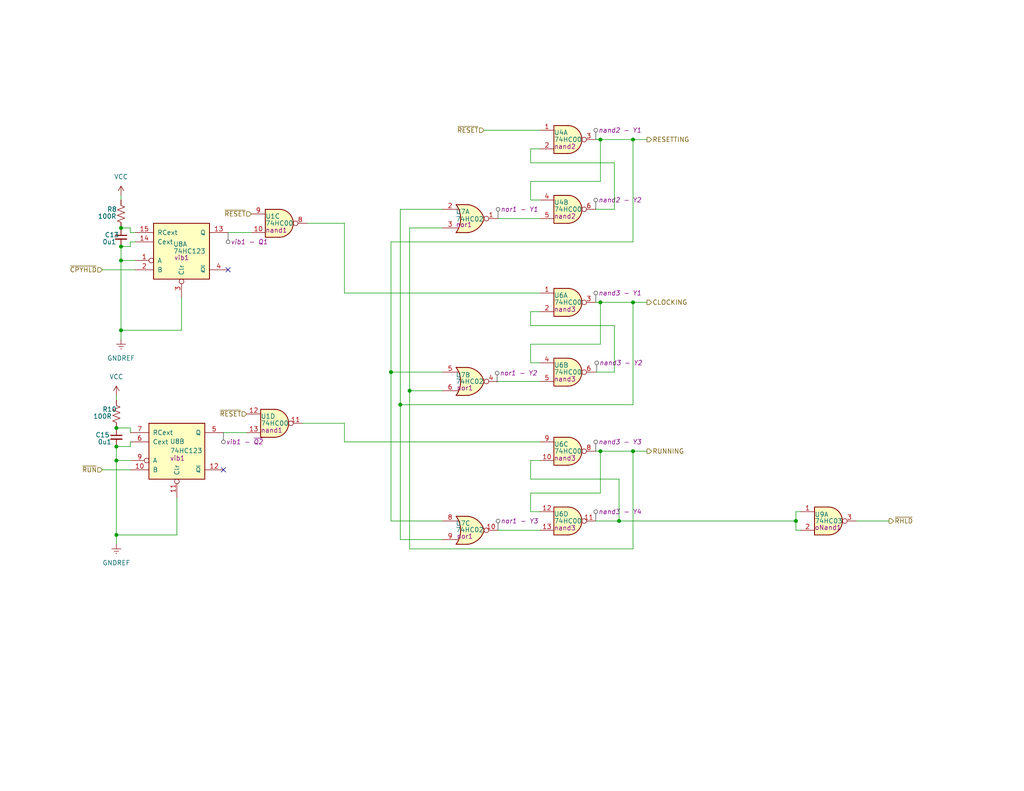
<source format=kicad_sch>
(kicad_sch (version 20230121) (generator eeschema)
  (paper "A")
  (title_block (title "Reset Module - State") (date "2022-10-29") (rev "1.0") (company "16-Bit Computer From Scratch") (comment 1 "Adam Clark (@eryjus)"))
  (lib_symbols
    (symbol "74xx:74HC00" (pin_names (offset 1.016))
      (property "Reference" "U" (at 0 1.27 0))
      (property "Value" "74HC00" (at 0 -1.27 0))
      (symbol "74HC00_1_1"
        (arc (start 0 -3.81) (mid 3.7934 0) (end 0 3.81) (stroke (width 0.254)) (fill (type background)))
        (polyline (pts (xy 0 3.81) (xy -3.81 3.81) (xy -3.81 -3.81) (xy 0 -3.81)) (stroke (width 0.254)) (fill (type background)))
        (pin input line (at -7.62 2.54 0) (length 3.81) (name "~") (number "1"))
        (pin input line (at -7.62 -2.54 0) (length 3.81) (name "~") (number "2"))
        (pin output inverted (at 7.62 0 180) (length 3.81) (name "~") (number "3"))
      )
      (symbol "74HC00_1_2"
        (arc (start -3.81 -3.81) (mid -2.589 0) (end -3.81 3.81) (stroke (width 0.254)))
        (arc (start -0.6096 -3.81) (mid 2.1842 -2.5851) (end 3.81 0) (stroke (width 0.254)) (fill (type background)))
        (polyline (pts (xy -3.81 -3.81) (xy -0.635 -3.81)) (stroke (width 0.254)) (fill (type background)))
        (polyline (pts (xy -3.81 3.81) (xy -0.635 3.81)) (stroke (width 0.254)) (fill (type background)))
        (polyline (pts (xy -0.635 3.81) (xy -3.81 3.81) (xy -3.81 3.81) (xy -3.556 3.4036) (xy -3.0226 2.2606) (xy -2.6924 1.0414) (xy -2.6162 -0.254) (xy -2.7686 -1.4986) (xy -3.175 -2.7178) (xy -3.81 -3.81) (xy -3.81 -3.81) (xy -0.635 -3.81)) (stroke (width -25.4)) (fill (type background)))
        (arc (start 3.81 0) (mid 2.1915 2.5936) (end -0.6096 3.81) (stroke (width 0.254)) (fill (type background)))
        (pin input inverted (at -7.62 2.54 0) (length 4.318) (name "~") (number "1"))
        (pin input inverted (at -7.62 -2.54 0) (length 4.318) (name "~") (number "2"))
        (pin output line (at 7.62 0 180) (length 3.81) (name "~") (number "3"))
      )
      (symbol "74HC00_2_1"
        (arc (start 0 -3.81) (mid 3.7934 0) (end 0 3.81) (stroke (width 0.254)) (fill (type background)))
        (polyline (pts (xy 0 3.81) (xy -3.81 3.81) (xy -3.81 -3.81) (xy 0 -3.81)) (stroke (width 0.254)) (fill (type background)))
        (pin input line (at -7.62 2.54 0) (length 3.81) (name "~") (number "4"))
        (pin input line (at -7.62 -2.54 0) (length 3.81) (name "~") (number "5"))
        (pin output inverted (at 7.62 0 180) (length 3.81) (name "~") (number "6"))
      )
      (symbol "74HC00_2_2"
        (arc (start -3.81 -3.81) (mid -2.589 0) (end -3.81 3.81) (stroke (width 0.254)))
        (arc (start -0.6096 -3.81) (mid 2.1842 -2.5851) (end 3.81 0) (stroke (width 0.254)) (fill (type background)))
        (polyline (pts (xy -3.81 -3.81) (xy -0.635 -3.81)) (stroke (width 0.254)) (fill (type background)))
        (polyline (pts (xy -3.81 3.81) (xy -0.635 3.81)) (stroke (width 0.254)) (fill (type background)))
        (polyline (pts (xy -0.635 3.81) (xy -3.81 3.81) (xy -3.81 3.81) (xy -3.556 3.4036) (xy -3.0226 2.2606) (xy -2.6924 1.0414) (xy -2.6162 -0.254) (xy -2.7686 -1.4986) (xy -3.175 -2.7178) (xy -3.81 -3.81) (xy -3.81 -3.81) (xy -0.635 -3.81)) (stroke (width -25.4)) (fill (type background)))
        (arc (start 3.81 0) (mid 2.1915 2.5936) (end -0.6096 3.81) (stroke (width 0.254)) (fill (type background)))
        (pin input inverted (at -7.62 2.54 0) (length 4.318) (name "~") (number "4"))
        (pin input inverted (at -7.62 -2.54 0) (length 4.318) (name "~") (number "5"))
        (pin output line (at 7.62 0 180) (length 3.81) (name "~") (number "6"))
      )
      (symbol "74HC00_3_1"
        (arc (start 0 -3.81) (mid 3.7934 0) (end 0 3.81) (stroke (width 0.254)) (fill (type background)))
        (polyline (pts (xy 0 3.81) (xy -3.81 3.81) (xy -3.81 -3.81) (xy 0 -3.81)) (stroke (width 0.254)) (fill (type background)))
        (pin input line (at -7.62 -2.54 0) (length 3.81) (name "~") (number "10"))
        (pin output inverted (at 7.62 0 180) (length 3.81) (name "~") (number "8"))
        (pin input line (at -7.62 2.54 0) (length 3.81) (name "~") (number "9"))
      )
      (symbol "74HC00_3_2"
        (arc (start -3.81 -3.81) (mid -2.589 0) (end -3.81 3.81) (stroke (width 0.254)))
        (arc (start -0.6096 -3.81) (mid 2.1842 -2.5851) (end 3.81 0) (stroke (width 0.254)) (fill (type background)))
        (polyline (pts (xy -3.81 -3.81) (xy -0.635 -3.81)) (stroke (width 0.254)) (fill (type background)))
        (polyline (pts (xy -3.81 3.81) (xy -0.635 3.81)) (stroke (width 0.254)) (fill (type background)))
        (polyline (pts (xy -0.635 3.81) (xy -3.81 3.81) (xy -3.81 3.81) (xy -3.556 3.4036) (xy -3.0226 2.2606) (xy -2.6924 1.0414) (xy -2.6162 -0.254) (xy -2.7686 -1.4986) (xy -3.175 -2.7178) (xy -3.81 -3.81) (xy -3.81 -3.81) (xy -0.635 -3.81)) (stroke (width -25.4)) (fill (type background)))
        (arc (start 3.81 0) (mid 2.1915 2.5936) (end -0.6096 3.81) (stroke (width 0.254)) (fill (type background)))
        (pin input inverted (at -7.62 -2.54 0) (length 4.318) (name "~") (number "10"))
        (pin output line (at 7.62 0 180) (length 3.81) (name "~") (number "8"))
        (pin input inverted (at -7.62 2.54 0) (length 4.318) (name "~") (number "9"))
      )
      (symbol "74HC00_4_1"
        (arc (start 0 -3.81) (mid 3.7934 0) (end 0 3.81) (stroke (width 0.254)) (fill (type background)))
        (polyline (pts (xy 0 3.81) (xy -3.81 3.81) (xy -3.81 -3.81) (xy 0 -3.81)) (stroke (width 0.254)) (fill (type background)))
        (pin output inverted (at 7.62 0 180) (length 3.81) (name "~") (number "11"))
        (pin input line (at -7.62 2.54 0) (length 3.81) (name "~") (number "12"))
        (pin input line (at -7.62 -2.54 0) (length 3.81) (name "~") (number "13"))
      )
      (symbol "74HC00_4_2"
        (arc (start -3.81 -3.81) (mid -2.589 0) (end -3.81 3.81) (stroke (width 0.254)))
        (arc (start -0.6096 -3.81) (mid 2.1842 -2.5851) (end 3.81 0) (stroke (width 0.254)) (fill (type background)))
        (polyline (pts (xy -3.81 -3.81) (xy -0.635 -3.81)) (stroke (width 0.254)) (fill (type background)))
        (polyline (pts (xy -3.81 3.81) (xy -0.635 3.81)) (stroke (width 0.254)) (fill (type background)))
        (polyline (pts (xy -0.635 3.81) (xy -3.81 3.81) (xy -3.81 3.81) (xy -3.556 3.4036) (xy -3.0226 2.2606) (xy -2.6924 1.0414) (xy -2.6162 -0.254) (xy -2.7686 -1.4986) (xy -3.175 -2.7178) (xy -3.81 -3.81) (xy -3.81 -3.81) (xy -0.635 -3.81)) (stroke (width -25.4)) (fill (type background)))
        (arc (start 3.81 0) (mid 2.1915 2.5936) (end -0.6096 3.81) (stroke (width 0.254)) (fill (type background)))
        (pin output line (at 7.62 0 180) (length 3.81) (name "~") (number "11"))
        (pin input inverted (at -7.62 2.54 0) (length 4.318) (name "~") (number "12"))
        (pin input inverted (at -7.62 -2.54 0) (length 4.318) (name "~") (number "13"))
      )
      (symbol "74HC00_5_0"
        (pin power_in line (at 0 12.7 270) (length 5.08) (name "VCC") (number "14"))
        (pin power_in line (at 0 -12.7 90) (length 5.08) (name "GND") (number "7"))
      )
      (symbol "74HC00_5_1"
        (rectangle (start -5.08 7.62) (end 5.08 -7.62) (stroke (width 0.254)) (fill (type background)))
      )
    )
    (symbol "74xx:74HC02" (pin_names (offset 1.016))
      (property "Reference" "U" (at 0 1.27 0))
      (property "Value" "74HC02" (at 0 -1.27 0))
      (symbol "74HC02_1_1"
        (arc (start -3.81 -3.81) (mid -2.589 0) (end -3.81 3.81) (stroke (width 0.254)))
        (arc (start -0.6096 -3.81) (mid 2.1842 -2.5851) (end 3.81 0) (stroke (width 0.254)) (fill (type background)))
        (polyline (pts (xy -3.81 -3.81) (xy -0.635 -3.81)) (stroke (width 0.254)) (fill (type background)))
        (polyline (pts (xy -3.81 3.81) (xy -0.635 3.81)) (stroke (width 0.254)) (fill (type background)))
        (polyline (pts (xy -0.635 3.81) (xy -3.81 3.81) (xy -3.81 3.81) (xy -3.556 3.4036) (xy -3.0226 2.2606) (xy -2.6924 1.0414) (xy -2.6162 -0.254) (xy -2.7686 -1.4986) (xy -3.175 -2.7178) (xy -3.81 -3.81) (xy -3.81 -3.81) (xy -0.635 -3.81)) (stroke (width -25.4)) (fill (type background)))
        (arc (start 3.81 0) (mid 2.1915 2.5936) (end -0.6096 3.81) (stroke (width 0.254)) (fill (type background)))
        (pin output inverted (at 7.62 0 180) (length 3.81) (name "~") (number "1"))
        (pin input line (at -7.62 2.54 0) (length 4.318) (name "~") (number "2"))
        (pin input line (at -7.62 -2.54 0) (length 4.318) (name "~") (number "3"))
      )
      (symbol "74HC02_1_2"
        (arc (start 0 -3.81) (mid 3.7934 0) (end 0 3.81) (stroke (width 0.254)) (fill (type background)))
        (polyline (pts (xy 0 3.81) (xy -3.81 3.81) (xy -3.81 -3.81) (xy 0 -3.81)) (stroke (width 0.254)) (fill (type background)))
        (pin output line (at 7.62 0 180) (length 3.81) (name "~") (number "1"))
        (pin input inverted (at -7.62 2.54 0) (length 3.81) (name "~") (number "2"))
        (pin input inverted (at -7.62 -2.54 0) (length 3.81) (name "~") (number "3"))
      )
      (symbol "74HC02_2_1"
        (arc (start -3.81 -3.81) (mid -2.589 0) (end -3.81 3.81) (stroke (width 0.254)))
        (arc (start -0.6096 -3.81) (mid 2.1842 -2.5851) (end 3.81 0) (stroke (width 0.254)) (fill (type background)))
        (polyline (pts (xy -3.81 -3.81) (xy -0.635 -3.81)) (stroke (width 0.254)) (fill (type background)))
        (polyline (pts (xy -3.81 3.81) (xy -0.635 3.81)) (stroke (width 0.254)) (fill (type background)))
        (polyline (pts (xy -0.635 3.81) (xy -3.81 3.81) (xy -3.81 3.81) (xy -3.556 3.4036) (xy -3.0226 2.2606) (xy -2.6924 1.0414) (xy -2.6162 -0.254) (xy -2.7686 -1.4986) (xy -3.175 -2.7178) (xy -3.81 -3.81) (xy -3.81 -3.81) (xy -0.635 -3.81)) (stroke (width -25.4)) (fill (type background)))
        (arc (start 3.81 0) (mid 2.1915 2.5936) (end -0.6096 3.81) (stroke (width 0.254)) (fill (type background)))
        (pin output inverted (at 7.62 0 180) (length 3.81) (name "~") (number "4"))
        (pin input line (at -7.62 2.54 0) (length 4.318) (name "~") (number "5"))
        (pin input line (at -7.62 -2.54 0) (length 4.318) (name "~") (number "6"))
      )
      (symbol "74HC02_2_2"
        (arc (start 0 -3.81) (mid 3.7934 0) (end 0 3.81) (stroke (width 0.254)) (fill (type background)))
        (polyline (pts (xy 0 3.81) (xy -3.81 3.81) (xy -3.81 -3.81) (xy 0 -3.81)) (stroke (width 0.254)) (fill (type background)))
        (pin output line (at 7.62 0 180) (length 3.81) (name "~") (number "4"))
        (pin input inverted (at -7.62 2.54 0) (length 3.81) (name "~") (number "5"))
        (pin input inverted (at -7.62 -2.54 0) (length 3.81) (name "~") (number "6"))
      )
      (symbol "74HC02_3_1"
        (arc (start -3.81 -3.81) (mid -2.589 0) (end -3.81 3.81) (stroke (width 0.254)))
        (arc (start -0.6096 -3.81) (mid 2.1842 -2.5851) (end 3.81 0) (stroke (width 0.254)) (fill (type background)))
        (polyline (pts (xy -3.81 -3.81) (xy -0.635 -3.81)) (stroke (width 0.254)) (fill (type background)))
        (polyline (pts (xy -3.81 3.81) (xy -0.635 3.81)) (stroke (width 0.254)) (fill (type background)))
        (polyline (pts (xy -0.635 3.81) (xy -3.81 3.81) (xy -3.81 3.81) (xy -3.556 3.4036) (xy -3.0226 2.2606) (xy -2.6924 1.0414) (xy -2.6162 -0.254) (xy -2.7686 -1.4986) (xy -3.175 -2.7178) (xy -3.81 -3.81) (xy -3.81 -3.81) (xy -0.635 -3.81)) (stroke (width -25.4)) (fill (type background)))
        (arc (start 3.81 0) (mid 2.1915 2.5936) (end -0.6096 3.81) (stroke (width 0.254)) (fill (type background)))
        (pin output inverted (at 7.62 0 180) (length 3.81) (name "~") (number "10"))
        (pin input line (at -7.62 2.54 0) (length 4.318) (name "~") (number "8"))
        (pin input line (at -7.62 -2.54 0) (length 4.318) (name "~") (number "9"))
      )
      (symbol "74HC02_3_2"
        (arc (start 0 -3.81) (mid 3.7934 0) (end 0 3.81) (stroke (width 0.254)) (fill (type background)))
        (polyline (pts (xy 0 3.81) (xy -3.81 3.81) (xy -3.81 -3.81) (xy 0 -3.81)) (stroke (width 0.254)) (fill (type background)))
        (pin output line (at 7.62 0 180) (length 3.81) (name "~") (number "10"))
        (pin input inverted (at -7.62 2.54 0) (length 3.81) (name "~") (number "8"))
        (pin input inverted (at -7.62 -2.54 0) (length 3.81) (name "~") (number "9"))
      )
      (symbol "74HC02_4_1"
        (arc (start -3.81 -3.81) (mid -2.589 0) (end -3.81 3.81) (stroke (width 0.254)))
        (arc (start -0.6096 -3.81) (mid 2.1842 -2.5851) (end 3.81 0) (stroke (width 0.254)) (fill (type background)))
        (polyline (pts (xy -3.81 -3.81) (xy -0.635 -3.81)) (stroke (width 0.254)) (fill (type background)))
        (polyline (pts (xy -3.81 3.81) (xy -0.635 3.81)) (stroke (width 0.254)) (fill (type background)))
        (polyline (pts (xy -0.635 3.81) (xy -3.81 3.81) (xy -3.81 3.81) (xy -3.556 3.4036) (xy -3.0226 2.2606) (xy -2.6924 1.0414) (xy -2.6162 -0.254) (xy -2.7686 -1.4986) (xy -3.175 -2.7178) (xy -3.81 -3.81) (xy -3.81 -3.81) (xy -0.635 -3.81)) (stroke (width -25.4)) (fill (type background)))
        (arc (start 3.81 0) (mid 2.1915 2.5936) (end -0.6096 3.81) (stroke (width 0.254)) (fill (type background)))
        (pin input line (at -7.62 2.54 0) (length 4.318) (name "~") (number "11"))
        (pin input line (at -7.62 -2.54 0) (length 4.318) (name "~") (number "12"))
        (pin output inverted (at 7.62 0 180) (length 3.81) (name "~") (number "13"))
      )
      (symbol "74HC02_4_2"
        (arc (start 0 -3.81) (mid 3.7934 0) (end 0 3.81) (stroke (width 0.254)) (fill (type background)))
        (polyline (pts (xy 0 3.81) (xy -3.81 3.81) (xy -3.81 -3.81) (xy 0 -3.81)) (stroke (width 0.254)) (fill (type background)))
        (pin input inverted (at -7.62 2.54 0) (length 3.81) (name "~") (number "11"))
        (pin input inverted (at -7.62 -2.54 0) (length 3.81) (name "~") (number "12"))
        (pin output line (at 7.62 0 180) (length 3.81) (name "~") (number "13"))
      )
      (symbol "74HC02_5_0"
        (pin power_in line (at 0 12.7 270) (length 5.08) (name "VCC") (number "14"))
        (pin power_in line (at 0 -12.7 90) (length 5.08) (name "GND") (number "7"))
      )
      (symbol "74HC02_5_1"
        (rectangle (start -5.08 7.62) (end 5.08 -7.62) (stroke (width 0.254)) (fill (type background)))
      )
    )
    (symbol "74xx:74HC123" (pin_names (offset 1.016))
      (property "Reference" "U" (at -7.62 8.89 0))
      (property "Value" "74HC123" (at -7.62 -8.89 0))
      (symbol "74HC123_1_0"
        (pin input inverted (at -12.7 -2.54 0) (length 5.08) (name "A") (number "1"))
        (pin output line (at 12.7 5.08 180) (length 5.08) (name "Q") (number "13"))
        (pin input line (at -12.7 2.54 0) (length 5.08) (name "Cext") (number "14"))
        (pin input line (at -12.7 5.08 0) (length 5.08) (name "RCext") (number "15"))
        (pin input line (at -12.7 -5.08 0) (length 5.08) (name "B") (number "2"))
        (pin input inverted (at 0 -12.7 90) (length 5.08) (name "Clr") (number "3"))
        (pin output line (at 12.7 -5.08 180) (length 5.08) (name "~{Q}") (number "4"))
      )
      (symbol "74HC123_1_1"
        (rectangle (start -7.62 7.62) (end 7.62 -7.62) (stroke (width 0.254)) (fill (type background)))
      )
      (symbol "74HC123_2_0"
        (pin input line (at -12.7 -5.08 0) (length 5.08) (name "B") (number "10"))
        (pin input inverted (at 0 -12.7 90) (length 5.08) (name "Clr") (number "11"))
        (pin output line (at 12.7 -5.08 180) (length 5.08) (name "~{Q}") (number "12"))
        (pin output line (at 12.7 5.08 180) (length 5.08) (name "Q") (number "5"))
        (pin input line (at -12.7 2.54 0) (length 5.08) (name "Cext") (number "6"))
        (pin input line (at -12.7 5.08 0) (length 5.08) (name "RCext") (number "7"))
        (pin input inverted (at -12.7 -2.54 0) (length 5.08) (name "A") (number "9"))
      )
      (symbol "74HC123_2_1"
        (rectangle (start -7.62 7.62) (end 7.62 -7.62) (stroke (width 0.254)) (fill (type background)))
      )
      (symbol "74HC123_3_0"
        (pin power_in line (at 0 12.7 270) (length 5.08) (name "VCC") (number "16"))
        (pin power_in line (at 0 -12.7 90) (length 5.08) (name "GND") (number "8"))
      )
      (symbol "74HC123_3_1"
        (rectangle (start -5.08 7.62) (end 5.08 -7.62) (stroke (width 0.254)) (fill (type background)))
      )
    )
    (symbol "Device:C_Small" (pin_numbers hide) (pin_names (offset 0.254) hide)
      (property "Reference" "C" (at 0.254 1.778 0))
      (property "Value" "C_Small" (at 0.254 -2.032 0))
      (symbol "C_Small_0_1"
        (polyline (pts (xy -1.524 -0.508) (xy 1.524 -0.508)) (stroke (width 0.3302)))
        (polyline (pts (xy -1.524 0.508) (xy 1.524 0.508)) (stroke (width 0.3048)))
      )
      (symbol "C_Small_1_1"
        (pin passive line (at 0 2.54 270) (length 2.032) (name "~") (number "1"))
        (pin passive line (at 0 -2.54 90) (length 2.032) (name "~") (number "2"))
      )
    )
    (symbol "Device:R_US" (pin_numbers hide) (pin_names (offset 0))
      (property "Reference" "R" (at 2.54 0 90))
      (property "Value" "R_US" (at -2.54 0 90))
      (symbol "R_US_0_1"
        (polyline (pts (xy 0 -2.286) (xy 0 -2.54)))
        (polyline (pts (xy 0 2.286) (xy 0 2.54)))
        (polyline (pts (xy 0 -0.762) (xy 1.016 -1.143) (xy 0 -1.524) (xy -1.016 -1.905) (xy 0 -2.286)))
        (polyline (pts (xy 0 0.762) (xy 1.016 0.381) (xy 0 0) (xy -1.016 -0.381) (xy 0 -0.762)))
        (polyline (pts (xy 0 2.286) (xy 1.016 1.905) (xy 0 1.524) (xy -1.016 1.143) (xy 0 0.762)))
      )
      (symbol "R_US_1_1"
        (pin passive line (at 0 3.81 270) (length 1.27) (name "~") (number "1"))
        (pin passive line (at 0 -3.81 90) (length 1.27) (name "~") (number "2"))
      )
    )
    (symbol "eryjus:74HC03" (pin_names (offset 1.016))
      (property "Reference" "U" (at 0 1.27 0))
      (property "Value" "74HC03" (at 0 -1.27 0))
      (symbol "74HC03_1_1"
        (arc (start 0 -3.81) (mid 3.7934 0) (end 0 3.81) (stroke (width 0.254)) (fill (type background)))
        (polyline (pts (xy 0 3.81) (xy -3.81 3.81) (xy -3.81 -3.81) (xy 0 -3.81)) (stroke (width 0.254)) (fill (type background)))
        (pin input line (at -7.62 2.54 0) (length 3.81) (name "~") (number "1"))
        (pin input line (at -7.62 -2.54 0) (length 3.81) (name "~") (number "2"))
        (pin output inverted (at 7.62 0 180) (length 3.81) (name "~") (number "3"))
      )
      (symbol "74HC03_1_2"
        (arc (start -3.81 -3.81) (mid -2.589 0) (end -3.81 3.81) (stroke (width 0.254)))
        (arc (start -0.6096 -3.81) (mid 2.1842 -2.5851) (end 3.81 0) (stroke (width 0.254)) (fill (type background)))
        (polyline (pts (xy -3.81 -3.81) (xy -0.635 -3.81)) (stroke (width 0.254)) (fill (type background)))
        (polyline (pts (xy -3.81 3.81) (xy -0.635 3.81)) (stroke (width 0.254)) (fill (type background)))
        (polyline (pts (xy -0.635 3.81) (xy -3.81 3.81) (xy -3.81 3.81) (xy -3.556 3.4036) (xy -3.0226 2.2606) (xy -2.6924 1.0414) (xy -2.6162 -0.254) (xy -2.7686 -1.4986) (xy -3.175 -2.7178) (xy -3.81 -3.81) (xy -3.81 -3.81) (xy -0.635 -3.81)) (stroke (width -25.4)) (fill (type background)))
        (arc (start 3.81 0) (mid 2.1915 2.5936) (end -0.6096 3.81) (stroke (width 0.254)) (fill (type background)))
        (pin input inverted (at -7.62 2.54 0) (length 4.318) (name "~") (number "1"))
        (pin input inverted (at -7.62 -2.54 0) (length 4.318) (name "~") (number "2"))
        (pin output line (at 7.62 0 180) (length 3.81) (name "~") (number "3"))
      )
      (symbol "74HC03_2_1"
        (arc (start 0 -3.81) (mid 3.7934 0) (end 0 3.81) (stroke (width 0.254)) (fill (type background)))
        (polyline (pts (xy 0 3.81) (xy -3.81 3.81) (xy -3.81 -3.81) (xy 0 -3.81)) (stroke (width 0.254)) (fill (type background)))
        (pin input line (at -7.62 2.54 0) (length 3.81) (name "~") (number "4"))
        (pin input line (at -7.62 -2.54 0) (length 3.81) (name "~") (number "5"))
        (pin output inverted (at 7.62 0 180) (length 3.81) (name "~") (number "6"))
      )
      (symbol "74HC03_2_2"
        (arc (start -3.81 -3.81) (mid -2.589 0) (end -3.81 3.81) (stroke (width 0.254)))
        (arc (start -0.6096 -3.81) (mid 2.1842 -2.5851) (end 3.81 0) (stroke (width 0.254)) (fill (type background)))
        (polyline (pts (xy -3.81 -3.81) (xy -0.635 -3.81)) (stroke (width 0.254)) (fill (type background)))
        (polyline (pts (xy -3.81 3.81) (xy -0.635 3.81)) (stroke (width 0.254)) (fill (type background)))
        (polyline (pts (xy -0.635 3.81) (xy -3.81 3.81) (xy -3.81 3.81) (xy -3.556 3.4036) (xy -3.0226 2.2606) (xy -2.6924 1.0414) (xy -2.6162 -0.254) (xy -2.7686 -1.4986) (xy -3.175 -2.7178) (xy -3.81 -3.81) (xy -3.81 -3.81) (xy -0.635 -3.81)) (stroke (width -25.4)) (fill (type background)))
        (arc (start 3.81 0) (mid 2.1915 2.5936) (end -0.6096 3.81) (stroke (width 0.254)) (fill (type background)))
        (pin input inverted (at -7.62 2.54 0) (length 4.318) (name "~") (number "4"))
        (pin input inverted (at -7.62 -2.54 0) (length 4.318) (name "~") (number "5"))
        (pin output line (at 7.62 0 180) (length 3.81) (name "~") (number "6"))
      )
      (symbol "74HC03_3_1"
        (arc (start 0 -3.81) (mid 3.7934 0) (end 0 3.81) (stroke (width 0.254)) (fill (type background)))
        (polyline (pts (xy 0 3.81) (xy -3.81 3.81) (xy -3.81 -3.81) (xy 0 -3.81)) (stroke (width 0.254)) (fill (type background)))
        (pin input line (at -7.62 -2.54 0) (length 3.81) (name "~") (number "10"))
        (pin output inverted (at 7.62 0 180) (length 3.81) (name "~") (number "8"))
        (pin input line (at -7.62 2.54 0) (length 3.81) (name "~") (number "9"))
      )
      (symbol "74HC03_3_2"
        (arc (start -3.81 -3.81) (mid -2.589 0) (end -3.81 3.81) (stroke (width 0.254)))
        (arc (start -0.6096 -3.81) (mid 2.1842 -2.5851) (end 3.81 0) (stroke (width 0.254)) (fill (type background)))
        (polyline (pts (xy -3.81 -3.81) (xy -0.635 -3.81)) (stroke (width 0.254)) (fill (type background)))
        (polyline (pts (xy -3.81 3.81) (xy -0.635 3.81)) (stroke (width 0.254)) (fill (type background)))
        (polyline (pts (xy -0.635 3.81) (xy -3.81 3.81) (xy -3.81 3.81) (xy -3.556 3.4036) (xy -3.0226 2.2606) (xy -2.6924 1.0414) (xy -2.6162 -0.254) (xy -2.7686 -1.4986) (xy -3.175 -2.7178) (xy -3.81 -3.81) (xy -3.81 -3.81) (xy -0.635 -3.81)) (stroke (width -25.4)) (fill (type background)))
        (arc (start 3.81 0) (mid 2.1915 2.5936) (end -0.6096 3.81) (stroke (width 0.254)) (fill (type background)))
        (pin input inverted (at -7.62 -2.54 0) (length 4.318) (name "~") (number "10"))
        (pin output line (at 7.62 0 180) (length 3.81) (name "~") (number "8"))
        (pin input inverted (at -7.62 2.54 0) (length 4.318) (name "~") (number "9"))
      )
      (symbol "74HC03_4_1"
        (arc (start 0 -3.81) (mid 3.7934 0) (end 0 3.81) (stroke (width 0.254)) (fill (type background)))
        (polyline (pts (xy 0 3.81) (xy -3.81 3.81) (xy -3.81 -3.81) (xy 0 -3.81)) (stroke (width 0.254)) (fill (type background)))
        (pin output inverted (at 7.62 0 180) (length 3.81) (name "~") (number "11"))
        (pin input line (at -7.62 2.54 0) (length 3.81) (name "~") (number "12"))
        (pin input line (at -7.62 -2.54 0) (length 3.81) (name "~") (number "13"))
      )
      (symbol "74HC03_4_2"
        (arc (start -3.81 -3.81) (mid -2.589 0) (end -3.81 3.81) (stroke (width 0.254)))
        (arc (start -0.6096 -3.81) (mid 2.1842 -2.5851) (end 3.81 0) (stroke (width 0.254)) (fill (type background)))
        (polyline (pts (xy -3.81 -3.81) (xy -0.635 -3.81)) (stroke (width 0.254)) (fill (type background)))
        (polyline (pts (xy -3.81 3.81) (xy -0.635 3.81)) (stroke (width 0.254)) (fill (type background)))
        (polyline (pts (xy -0.635 3.81) (xy -3.81 3.81) (xy -3.81 3.81) (xy -3.556 3.4036) (xy -3.0226 2.2606) (xy -2.6924 1.0414) (xy -2.6162 -0.254) (xy -2.7686 -1.4986) (xy -3.175 -2.7178) (xy -3.81 -3.81) (xy -3.81 -3.81) (xy -0.635 -3.81)) (stroke (width -25.4)) (fill (type background)))
        (arc (start 3.81 0) (mid 2.1915 2.5936) (end -0.6096 3.81) (stroke (width 0.254)) (fill (type background)))
        (pin output line (at 7.62 0 180) (length 3.81) (name "~") (number "11"))
        (pin input inverted (at -7.62 2.54 0) (length 4.318) (name "~") (number "12"))
        (pin input inverted (at -7.62 -2.54 0) (length 4.318) (name "~") (number "13"))
      )
      (symbol "74HC03_5_0"
        (pin power_in line (at 0 12.7 270) (length 5.08) (name "VCC") (number "14"))
        (pin power_in line (at 0 -12.7 90) (length 5.08) (name "GND") (number "7"))
      )
      (symbol "74HC03_5_1"
        (rectangle (start -5.08 7.62) (end 5.08 -7.62) (stroke (width 0.254)) (fill (type background)))
      )
    )
    (symbol "power:GNDREF" (power) (pin_names (offset 0))
      (property "Value" "GNDREF" (at 0 -3.81 0))
      (symbol "GNDREF_0_1"
        (polyline (pts (xy -0.635 -1.905) (xy 0.635 -1.905)))
        (polyline (pts (xy -0.127 -2.54) (xy 0.127 -2.54)))
        (polyline (pts (xy 0 -1.27) (xy 0 0)))
        (polyline (pts (xy 1.27 -1.27) (xy -1.27 -1.27)))
      )
      (symbol "GNDREF_1_1"
        (pin power_in line (at 0 0 270) (length 0) hide (name "GNDREF") (number "1"))
      )
    )
    (symbol "power:VCC" (power) (pin_names (offset 0))
      (property "Value" "VCC" (at 0 3.81 0))
      (symbol "VCC_0_1"
        (polyline (pts (xy -0.762 1.27) (xy 0 2.54)))
        (polyline (pts (xy 0 0) (xy 0 2.54)))
        (polyline (pts (xy 0 2.54) (xy 0.762 1.27)))
      )
      (symbol "VCC_1_1"
        (pin power_in line (at 0 0 90) (length 0) hide (name "VCC") (number "1"))
      )
    )
  )
  (junction (at 31.75 125.73))
  (junction (at 217.17 142.24))
  (junction (at 33.02 62.23))
  (junction (at 31.75 146.05))
  (junction (at 109.22 110.49))
  (junction (at 31.75 116.84))
  (junction (at 168.91 142.24))
  (junction (at 163.83 123.19))
  (junction (at 31.75 121.92))
  (junction (at 172.72 82.55))
  (junction (at 163.83 82.55))
  (junction (at 172.72 38.1))
  (junction (at 33.02 71.12))
  (junction (at 163.83 38.1))
  (junction (at 33.02 67.31))
  (junction (at 172.72 123.19))
  (junction (at 111.76 106.68))
  (junction (at 106.68 101.6))
  (junction (at 33.02 90.17))
  (no_connect (at 60.96 128.27))
  (no_connect (at 62.23 73.66))
  (wire (pts (xy 217.17 142.24) (xy 217.17 144.78)))
  (wire (pts (xy 31.75 146.05) (xy 31.75 148.59)))
  (wire (pts (xy 106.68 142.24) (xy 106.68 101.6)))
  (wire (pts (xy 27.94 128.27) (xy 35.56 128.27)))
  (wire (pts (xy 172.72 66.04) (xy 172.72 38.1)))
  (wire (pts (xy 163.83 38.1) (xy 163.83 49.53)))
  (wire (pts (xy 163.83 82.55) (xy 172.72 82.55)))
  (wire (pts (xy 35.56 116.84) (xy 31.75 116.84)))
  (wire (pts (xy 33.02 67.31) (xy 35.56 67.31)))
  (wire (pts (xy 167.64 44.45) (xy 167.64 57.15)))
  (wire (pts (xy 48.26 135.89) (xy 48.26 146.05)))
  (wire (pts (xy 144.78 88.9) (xy 167.64 88.9)))
  (wire (pts (xy 31.75 121.92) (xy 31.75 125.73)))
  (wire (pts (xy 62.23 63.5) (xy 68.58 63.5)))
  (wire (pts (xy 168.91 142.24) (xy 162.56 142.24)))
  (wire (pts (xy 168.91 142.24) (xy 217.17 142.24)))
  (wire (pts (xy 33.02 71.12) (xy 36.83 71.12)))
  (wire (pts (xy 35.56 66.04) (xy 36.83 66.04)))
  (wire (pts (xy 135.89 104.14) (xy 147.32 104.14)))
  (wire (pts (xy 172.72 123.19) (xy 176.53 123.19)))
  (wire (pts (xy 93.98 60.96) (xy 93.98 80.01)))
  (wire (pts (xy 135.89 144.78) (xy 147.32 144.78)))
  (wire (pts (xy 162.56 123.19) (xy 163.83 123.19)))
  (wire (pts (xy 218.44 139.7) (xy 217.17 139.7)))
  (wire (pts (xy 163.83 123.19) (xy 163.83 134.62)))
  (wire (pts (xy 163.83 38.1) (xy 172.72 38.1)))
  (wire (pts (xy 33.02 71.12) (xy 33.02 90.17)))
  (wire (pts (xy 109.22 110.49) (xy 109.22 147.32)))
  (wire (pts (xy 109.22 57.15) (xy 109.22 110.49)))
  (wire (pts (xy 33.02 90.17) (xy 33.02 92.71)))
  (wire (pts (xy 93.98 80.01) (xy 147.32 80.01)))
  (wire (pts (xy 111.76 149.86) (xy 172.72 149.86)))
  (wire (pts (xy 111.76 106.68) (xy 111.76 149.86)))
  (wire (pts (xy 35.56 63.5) (xy 35.56 62.23)))
  (wire (pts (xy 144.78 93.98) (xy 144.78 99.06)))
  (wire (pts (xy 163.83 93.98) (xy 163.83 82.55)))
  (wire (pts (xy 135.89 59.69) (xy 147.32 59.69)))
  (wire (pts (xy 83.82 60.96) (xy 93.98 60.96)))
  (wire (pts (xy 172.72 149.86) (xy 172.72 123.19)))
  (wire (pts (xy 35.56 118.11) (xy 35.56 116.84)))
  (wire (pts (xy 172.72 38.1) (xy 176.53 38.1)))
  (wire (pts (xy 147.32 40.64) (xy 144.78 40.64)))
  (wire (pts (xy 33.02 53.34) (xy 33.02 54.61)))
  (wire (pts (xy 35.56 67.31) (xy 35.56 66.04)))
  (wire (pts (xy 167.64 57.15) (xy 162.56 57.15)))
  (wire (pts (xy 48.26 146.05) (xy 31.75 146.05)))
  (wire (pts (xy 167.64 88.9) (xy 167.64 101.6)))
  (wire (pts (xy 162.56 82.55) (xy 163.83 82.55)))
  (wire (pts (xy 120.65 62.23) (xy 111.76 62.23)))
  (wire (pts (xy 106.68 101.6) (xy 120.65 101.6)))
  (wire (pts (xy 31.75 125.73) (xy 31.75 146.05)))
  (wire (pts (xy 144.78 99.06) (xy 147.32 99.06)))
  (wire (pts (xy 93.98 115.57) (xy 93.98 120.65)))
  (wire (pts (xy 132.08 35.56) (xy 147.32 35.56)))
  (wire (pts (xy 144.78 40.64) (xy 144.78 44.45)))
  (wire (pts (xy 163.83 49.53) (xy 144.78 49.53)))
  (wire (pts (xy 144.78 85.09) (xy 147.32 85.09)))
  (wire (pts (xy 242.57 142.24) (xy 233.68 142.24)))
  (wire (pts (xy 172.72 82.55) (xy 176.53 82.55)))
  (wire (pts (xy 144.78 130.81) (xy 168.91 130.81)))
  (wire (pts (xy 218.44 144.78) (xy 217.17 144.78)))
  (wire (pts (xy 168.91 130.81) (xy 168.91 142.24)))
  (wire (pts (xy 162.56 38.1) (xy 163.83 38.1)))
  (wire (pts (xy 109.22 110.49) (xy 172.72 110.49)))
  (wire (pts (xy 35.56 121.92) (xy 35.56 120.65)))
  (wire (pts (xy 120.65 142.24) (xy 106.68 142.24)))
  (wire (pts (xy 144.78 125.73) (xy 144.78 130.81)))
  (wire (pts (xy 111.76 62.23) (xy 111.76 106.68)))
  (wire (pts (xy 144.78 134.62) (xy 144.78 139.7)))
  (wire (pts (xy 144.78 139.7) (xy 147.32 139.7)))
  (wire (pts (xy 106.68 66.04) (xy 106.68 101.6)))
  (wire (pts (xy 49.53 81.28) (xy 49.53 90.17)))
  (wire (pts (xy 31.75 107.95) (xy 31.75 109.22)))
  (wire (pts (xy 93.98 120.65) (xy 147.32 120.65)))
  (wire (pts (xy 120.65 57.15) (xy 109.22 57.15)))
  (wire (pts (xy 31.75 125.73) (xy 35.56 125.73)))
  (wire (pts (xy 163.83 123.19) (xy 172.72 123.19)))
  (wire (pts (xy 162.56 101.6) (xy 167.64 101.6)))
  (wire (pts (xy 144.78 44.45) (xy 167.64 44.45)))
  (wire (pts (xy 106.68 66.04) (xy 172.72 66.04)))
  (wire (pts (xy 82.55 115.57) (xy 93.98 115.57)))
  (wire (pts (xy 144.78 85.09) (xy 144.78 88.9)))
  (wire (pts (xy 144.78 54.61) (xy 147.32 54.61)))
  (wire (pts (xy 49.53 90.17) (xy 33.02 90.17)))
  (wire (pts (xy 36.83 63.5) (xy 35.56 63.5)))
  (wire (pts (xy 163.83 93.98) (xy 144.78 93.98)))
  (wire (pts (xy 60.96 118.11) (xy 67.31 118.11)))
  (wire (pts (xy 33.02 67.31) (xy 33.02 71.12)))
  (wire (pts (xy 27.94 73.66) (xy 36.83 73.66)))
  (wire (pts (xy 144.78 49.53) (xy 144.78 54.61)))
  (wire (pts (xy 217.17 139.7) (xy 217.17 142.24)))
  (wire (pts (xy 120.65 147.32) (xy 109.22 147.32)))
  (wire (pts (xy 163.83 134.62) (xy 144.78 134.62)))
  (wire (pts (xy 172.72 82.55) (xy 172.72 110.49)))
  (wire (pts (xy 120.65 106.68) (xy 111.76 106.68)))
  (wire (pts (xy 147.32 125.73) (xy 144.78 125.73)))
  (wire (pts (xy 35.56 62.23) (xy 33.02 62.23)))
  (wire (pts (xy 31.75 121.92) (xy 35.56 121.92)))
  (hierarchical_label "~{RESET}" (shape input) (at 68.58 58.42 180))
  (hierarchical_label "~{RESET}" (shape input) (at 132.08 35.56 180))
  (hierarchical_label "~{CPYHLD}" (shape input) (at 27.94 73.66 180))
  (hierarchical_label "~{RESET}" (shape input) (at 67.31 113.03 180))
  (hierarchical_label "RESETTING" (shape output) (at 176.53 38.1 0))
  (hierarchical_label "CLOCKING" (shape output) (at 176.53 82.55 0))
  (hierarchical_label "~{RUN}" (shape input) (at 27.94 128.27 180))
  (hierarchical_label "RUNNING" (shape output) (at 176.53 123.19 0))
  (hierarchical_label "~{RHLD}" (shape output) (at 242.57 142.24 0))
  (netclass_flag "" (length 2.54) (shape round) (at 162.56 57.15 0) (property "Netclass" "nand2 - Y2" (at 163.2585 54.61 0) (effects (font italic) (justify left))))
  (netclass_flag "" (length 2.54) (shape round) (at 162.56 82.55 0) (property "Netclass" "nand3 - Y1" (at 163.2585 80.01 0) (effects (font italic) (justify left))))
  (netclass_flag "" (length 2.54) (shape round) (at 162.56 142.24 0) (property "Netclass" "nand3 - Y4" (at 163.2585 139.7 0) (effects (font italic) (justify left))))
  (netclass_flag "" (length 2.54) (shape round) (at 162.56 123.19 0) (property "Netclass" "nand3 - Y3" (at 163.2585 120.65 0) (effects (font italic) (justify left))))
  (netclass_flag "" (length 2.54) (shape round) (at 162.56 38.1 0) (property "Netclass" "nand2 - Y1" (at 163.2585 35.56 0) (effects (font italic) (justify left))))
  (netclass_flag "" (length 2.54) (shape round) (at 60.96 118.11 180) (property "Netclass" "vib1 - ~{Q2}" (at 61.6585 120.65 0) (effects (font italic) (justify left))))
  (netclass_flag "" (length 2.54) (shape round) (at 135.6359 104.3886 0) (property "Netclass" "nor1 - Y2" (at 136.3344 101.8486 0) (effects (font italic) (justify left))))
  (netclass_flag "" (length 2.54) (shape round) (at 62.23 63.5 180) (property "Netclass" "vib1 - Q1" (at 62.9285 66.04 0) (effects (font italic) (justify left))))
  (netclass_flag "" (length 2.54) (shape round) (at 162.814 101.6 0) (property "Netclass" "nand3 - Y2" (at 163.5125 99.06 0) (effects (font italic) (justify left))))
  (netclass_flag "" (length 2.54) (shape round) (at 135.89 59.69 0) (property "Netclass" "nor1 - Y1" (at 136.5885 57.15 0) (effects (font italic) (justify left))))
  (netclass_flag "" (length 2.54) (shape round) (at 135.89 144.78 0) (property "Netclass" "nor1 - Y3" (at 136.5885 142.24 0) (effects (font italic) (justify left))))
  (symbol (lib_id "74xx:74HC00") (at 154.94 57.15 0) (unit 2)
    (property "Reference" "U4" (at 151.13 55.245 0) (effects (justify left)))
    (property "Value" "74HC00" (at 151.13 57.15 0) (effects (justify left)))
    (property "Datasheet" "http://www.ti.com/lit/gpn/sn74hc00" (effects hide))
    (property "name" "nand2" (at 151.13 59.055 0) (effects (justify left)))
  )
  (symbol (lib_id "74xx:74HC00") (at 154.94 38.1 0) (unit 1)
    (property "Reference" "U4" (at 151.13 36.195 0) (effects (justify left)))
    (property "Value" "74HC00" (at 151.13 38.1 0) (effects (justify left)))
    (property "Datasheet" "http://www.ti.com/lit/gpn/sn74hc00" (effects hide))
    (property "name" "nand2" (at 151.13 40.005 0) (effects (justify left)))
  )
  (symbol (lib_id "74xx:74HC123") (at 49.53 68.58 0) (unit 1)
    (property "Reference" "U8" (at 47.244 66.675 0) (effects (justify left)))
    (property "Value" "74HC123" (at 47.244 68.58 0) (effects (justify left)))
    (property "Datasheet" "https://assets.nexperia.com/documents/data-sheet/74HC_HCT123.pdf" (effects hide))
    (property "name" "vib1" (at 47.498 70.358 0) (effects (justify left)))
  )
  (symbol (lib_id "74xx:74HC00") (at 154.94 82.55 0) (unit 1)
    (property "Reference" "U6" (at 151.13 80.645 0) (effects (justify left)))
    (property "Value" "74HC00" (at 151.13 82.55 0) (effects (justify left)))
    (property "Datasheet" "http://www.ti.com/lit/gpn/sn74hc00" (effects hide))
    (property "name" "nand3" (at 151.13 84.455 0) (effects (justify left)))
  )
  (symbol (lib_id "74xx:74HC02") (at 128.27 104.14 0) (unit 2)
    (property "Reference" "U7" (at 124.333 102.362 0) (effects (justify left)))
    (property "Value" "74HC02" (at 124.333 104.14 0) (effects (justify left)))
    (property "Datasheet" "http://www.ti.com/lit/gpn/sn74hc02" (effects hide))
    (property "name" "nor1" (at 124.587 105.918 0) (effects (justify left)))
  )
  (symbol (lib_id "power:VCC") (at 33.02 53.34 0) (unit 1)
    (property "Reference" "#PWR019" (effects hide))
    (property "Value" "VCC" (at 33.02 48.26 0))
  )
  (symbol (lib_id "power:GNDREF") (at 33.02 92.71 0) (unit 1)
    (property "Reference" "#PWR021" (effects hide))
    (property "Value" "GNDREF" (at 33.02 97.79 0))
  )
  (symbol (lib_id "74xx:74HC00") (at 74.93 115.57 0) (unit 4)
    (property "Reference" "U1" (at 71.12 113.665 0) (effects (justify left)))
    (property "Value" "74HC00" (at 71.12 115.57 0) (effects (justify left)))
    (property "Datasheet" "http://www.ti.com/lit/gpn/sn74hc00" (effects hide))
    (property "name" "nand1" (at 71.12 117.475 0) (effects (justify left)))
  )
  (symbol (lib_id "eryjus:74HC03") (at 226.06 142.24 0) (unit 1)
    (property "Reference" "U9" (at 222.25 140.462 0) (effects (justify left)))
    (property "Value" "74HC03" (at 222.25 142.24 0) (effects (justify left)))
    (property "Datasheet" "http://www.ti.com/lit/gpn/sn74hc03" (effects hide))
    (property "name" "oNand1" (at 222.25 144.018 0) (effects (justify left)))
  )
  (symbol (lib_id "74xx:74HC123") (at 48.26 123.19 0) (unit 2)
    (property "Reference" "U8" (at 46.355 120.523 0) (effects (justify left)))
    (property "Value" "74HC123" (at 46.355 123.063 0) (effects (justify left)))
    (property "Datasheet" "https://assets.nexperia.com/documents/data-sheet/74HC_HCT123.pdf" (effects hide))
    (property "name" "vib1" (at 46.355 125.095 0) (effects (justify left)))
  )
  (symbol (lib_id "74xx:74HC00") (at 154.94 142.24 0) (unit 4)
    (property "Reference" "U6" (at 151.13 140.335 0) (effects (justify left)))
    (property "Value" "74HC00" (at 151.13 142.24 0) (effects (justify left)))
    (property "Datasheet" "http://www.ti.com/lit/gpn/sn74hc00" (effects hide))
    (property "name" "nand3" (at 151.13 144.145 0) (effects (justify left)))
  )
  (symbol (lib_id "Device:C_Small") (at 33.02 64.77 0) (unit 1)
    (property "Reference" "C13" (at 28.575 64.135 0) (effects (justify left)))
    (property "Value" "0u1" (at 27.94 66.04 0) (effects (justify left)))
  )
  (symbol (lib_id "power:VCC") (at 31.75 107.95 0) (unit 1)
    (property "Reference" "#PWR022" (effects hide))
    (property "Value" "VCC" (at 31.75 102.87 0))
  )
  (symbol (lib_id "74xx:74HC00") (at 154.94 101.6 0) (unit 2)
    (property "Reference" "U6" (at 151.13 99.695 0) (effects (justify left)))
    (property "Value" "74HC00" (at 151.13 101.6 0) (effects (justify left)))
    (property "Datasheet" "http://www.ti.com/lit/gpn/sn74hc00" (effects hide))
    (property "name" "nand3" (at 151.13 103.505 0) (effects (justify left)))
  )
  (symbol (lib_id "power:GNDREF") (at 31.75 148.59 0) (unit 1)
    (property "Reference" "#PWR024" (effects hide))
    (property "Value" "GNDREF" (at 31.75 153.67 0))
  )
  (symbol (lib_id "74xx:74HC02") (at 128.27 144.78 0) (unit 3)
    (property "Reference" "U7" (at 124.333 142.875 0) (effects (justify left)))
    (property "Value" "74HC02" (at 124.333 144.653 0) (effects (justify left)))
    (property "Datasheet" "http://www.ti.com/lit/gpn/sn74hc02" (effects hide))
    (property "name" "nor1" (at 124.587 146.431 0) (effects (justify left)))
  )
  (symbol (lib_id "74xx:74HC02") (at 128.27 59.69 0) (unit 1)
    (property "Reference" "U7" (at 124.333 57.785 0) (effects (justify left)))
    (property "Value" "74HC02" (at 124.333 59.817 0) (effects (justify left)))
    (property "Datasheet" "http://www.ti.com/lit/gpn/sn74hc02" (effects hide))
    (property "name" "nor1" (at 124.333 61.341 0) (effects (justify left)))
  )
  (symbol (lib_id "Device:R_US") (at 31.75 113.03 0) (unit 1)
    (property "Reference" "R10" (at 27.94 111.76 0) (effects (justify left)))
    (property "Value" "100R" (at 25.4 113.665 0) (effects (justify left)))
  )
  (symbol (lib_id "74xx:74HC00") (at 154.94 123.19 0) (unit 3)
    (property "Reference" "U6" (at 151.13 121.285 0) (effects (justify left)))
    (property "Value" "74HC00" (at 151.13 123.19 0) (effects (justify left)))
    (property "Datasheet" "http://www.ti.com/lit/gpn/sn74hc00" (effects hide))
    (property "name" "nand3" (at 151.13 125.095 0) (effects (justify left)))
  )
  (symbol (lib_id "74xx:74HC00") (at 76.2 60.96 0) (unit 3)
    (property "Reference" "U1" (at 72.39 59.055 0) (effects (justify left)))
    (property "Value" "74HC00" (at 72.39 60.96 0) (effects (justify left)))
    (property "Datasheet" "http://www.ti.com/lit/gpn/sn74hc00" (effects hide))
    (property "name" "nand1" (at 72.39 62.865 0) (effects (justify left)))
  )
  (symbol (lib_id "Device:R_US") (at 33.02 58.42 0) (unit 1)
    (property "Reference" "R8" (at 29.21 57.15 0) (effects (justify left)))
    (property "Value" "100R" (at 26.67 59.055 0) (effects (justify left)))
  )
  (symbol (lib_id "Device:C_Small") (at 31.75 119.38 0) (unit 1)
    (property "Reference" "C15" (at 26.035 118.745 0) (effects (justify left)))
    (property "Value" "0u1" (at 26.67 120.65 0) (effects (justify left)))
  )
)
</source>
